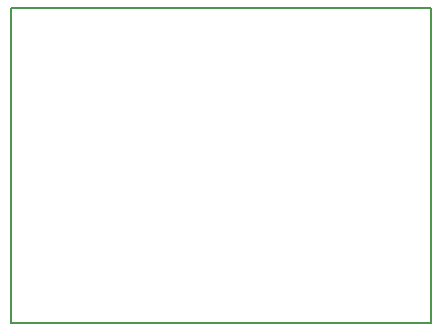
<source format=gko>
G04 #@! TF.FileFunction,Profile,NP*
%FSLAX46Y46*%
G04 Gerber Fmt 4.6, Leading zero omitted, Abs format (unit mm)*
G04 Created by KiCad (PCBNEW 4.0.4-stable) date 10/13/16 15:12:54*
%MOMM*%
%LPD*%
G01*
G04 APERTURE LIST*
%ADD10C,0.100000*%
%ADD11C,0.150000*%
G04 APERTURE END LIST*
D10*
D11*
X173990000Y-132080000D02*
X138430000Y-132080000D01*
X173990000Y-105410000D02*
X173990000Y-132080000D01*
X138430000Y-105410000D02*
X173990000Y-105410000D01*
X138430000Y-132080000D02*
X138430000Y-105410000D01*
M02*

</source>
